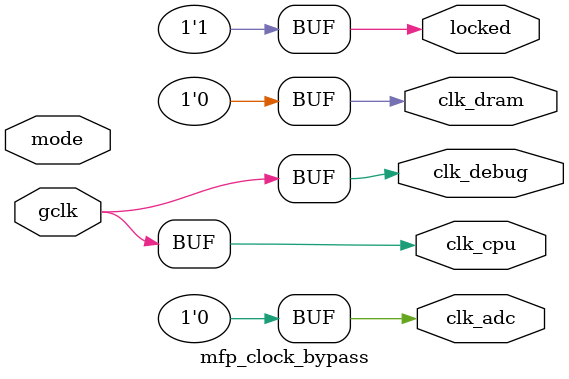
<source format=v>

module mfp_clock_bypass
#(
    parameter MODE = 0,
              TOOL = ""
)(
    input        gclk,
    input  [1:0] mode,
    output       clk_cpu,
    output       clk_adc,
    output       clk_dram,
    output       clk_debug,
    output       locked 
);
    assign clk_cpu   = gclk;
    assign clk_adc   = 1'b0;
    assign clk_dram  = 1'b0;
    assign clk_debug = gclk;
    assign locked    = 1'b1;
endmodule

</source>
